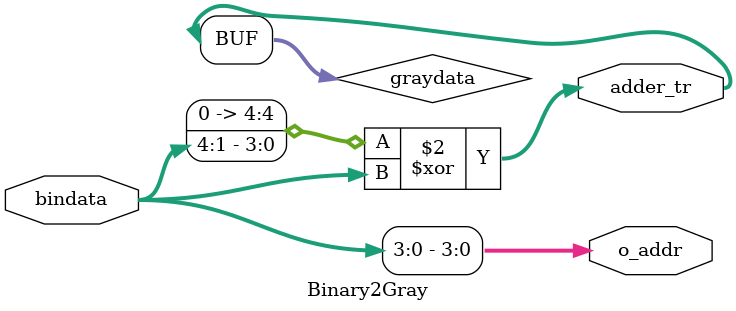
<source format=v>
`timescale      1ns/1ps

module Binary2Gray
#(
    parameter   ADDR_SIZE   =   4
)
(
    input       [ADDR_SIZE:0]   bindata,
    output      [ADDR_SIZE-1:0] o_addr,
    output      [ADDR_SIZE:0]   adder_tr
);

wire    [ADDR_SIZE:0]   graydata;


assign  graydata = (bindata >> 1) ^ bindata;

assign  o_addr = bindata[ADDR_SIZE-1:0];
assign  adder_tr = graydata;

endmodule

</source>
